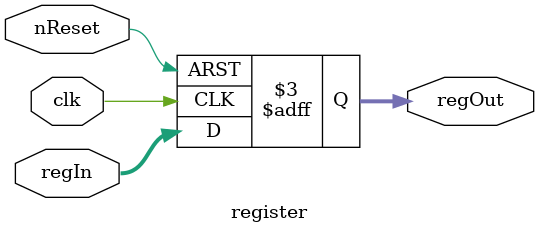
<source format=sv>

module register #(
    parameter integer WIDTH = 16  // Parameter for the bit-width of the register
) (
    input logic clk,
    input logic nReset,
    input logic [WIDTH-1:0] regIn,
    output logic [WIDTH-1:0] regOut
);
    // Synchronous nReset and write enable functionality
    always_ff @(posedge clk or negedge nReset) begin
        if (!nReset)
            regOut <= '0;
        else
            regOut <= regIn;
    end

endmodule
</source>
